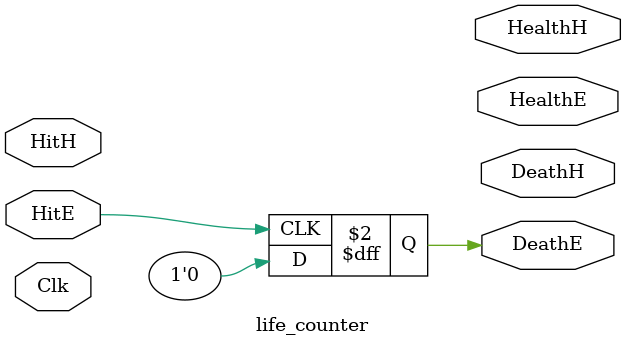
<source format=sv>
module life_counter( input logic Clk, 
							input logic HitH, 
							input logic HitE, 
							output logic [7:0] HealthH, 
							output logic [7:0] HealthE, 
							output logic DeathH, 
							output logic DeathE );	
	
always_ff @ (posedge HitE)  
    begin
		
		/*HealthH<=10;
		
		HealthE<=5;
			
		if(HealthH>=20)
			DeathH<=1'b1;
		else
			DeathH<=1'b0;*/
		DeathE<=1'b0;
			
	 end
							
endmodule
</source>
